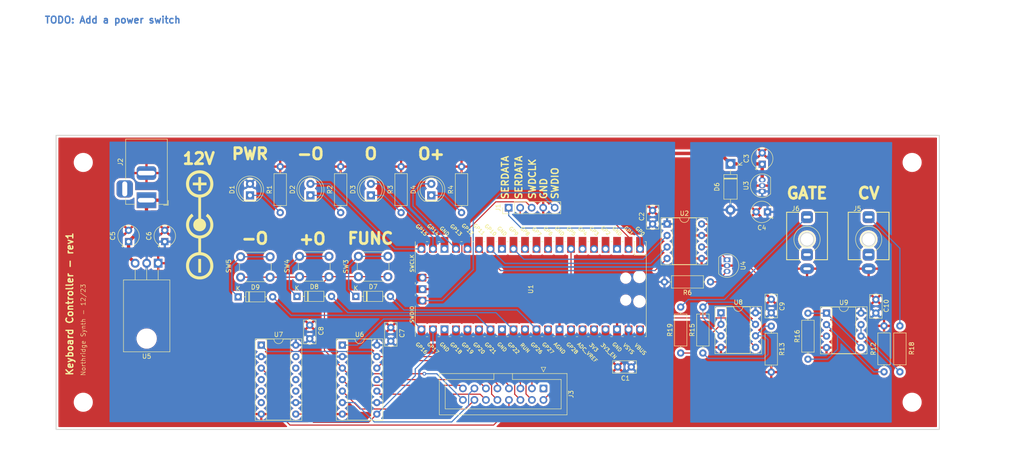
<source format=kicad_pcb>
(kicad_pcb (version 20211014) (generator pcbnew)
  (title_block (title "Keyboard Controller") (rev "1"))
  (layers (0 "F.Cu" signal) (31 "B.Cu" signal) (34 "B.Paste" user) (35 "F.Paste" user) (36 "B.SilkS" user "B.Silkscreen") (37 "F.SilkS" user "F.Silkscreen") (38 "B.Mask" user) (39 "F.Mask" user) (44 "Edge.Cuts" user))
  (net 0 "")
  (net 1 "+12V")
  (net 2 "GND")
  (net 3 "+9V")
  (net 4 "Net-(J5-PadT)")
  (net 7 "VREF")
  (net 8 "/MATRIX_R1")
  (net 9 "Net-(D3-Pad1)")
  (net 10 "/MATRIX_R2")
  (net 11 "Net-(D4-Pad1)")
  (net 12 "/MATRIX_R3")
  (net 13 "/MATRIX_R4")
  (net 14 "Net-(D1-Pad1)")
  (net 15 "/MATRIX_R5")
  (net 16 "Net-(D7-Pad1)")
  (net 17 "Net-(D8-Pad1)")
  (net 18 "Net-(D9-Pad1)")
  (net 19 "/SWDCLK")
  (net 20 "/SWDIO")
  (net 21 "/SERCLK")
  (net 22 "/SERDATA")
  (net 23 "/Key Matrix/MATRIX_C1")
  (net 24 "/Key Matrix/MATRIX_C2")
  (net 25 "/Key Matrix/MATRIX_C3")
  (net 26 "/Key Matrix/MATRIX_C4")
  (net 27 "/Key Matrix/MATRIX_C5")
  (net 28 "/Key Matrix/MATRIX_C6")
  (net 29 "/Key Matrix/MATRIX_C7")
  (net 30 "/Key Matrix/MATRIX_C8")
  (net 31 "/Key Matrix/MATRIX_C9")
  (net 32 "/MATRIX_R6")
  (net 33 "Net-(J6-PadT)")
  (net 35 "Net-(D2-Pad1)")
  (net 36 "/LED1")
  (net 37 "Net-(R12-Pad1)")
  (net 38 "/LED2")
  (net 39 "/LED3")
  (net 40 "Net-(R15-Pad2)")
  (net 41 "Net-(R16-Pad2)")
  (net 42 "/GATE_OUT")
  (net 43 "/SPI_CLK")
  (net 44 "/SPI_DATA")
  (net 45 "/DAC_CS")
  (net 46 "/MATRIX_CLK")
  (net 47 "/MATRIX_DATA")
  (net 48 "/CV_OUT")
  (net 49 "Net-(R13-Pad1)")
  (net 60 "Net-(R18-Pad1)")
  (net 61 "Net-(R19-Pad1)")
  (net 62 "+3.3V")
  (footprint "Royal_Ohm_Resistors:R_Axial_DIN0207_L6.8mm_D2.5mm_P10.16mm_Horizontal" (layer "F.Cu") (at 271 174.48 90)
    (fp_text reference "R16")
    (fp_text value "22K")
  )
  (footprint "Symbol:Polarity_Center_Positive_6mm_SilkScreen" (layer "F.Cu") (at 136.7 144.8 90)
    (fp_text reference "REF**" hide)
    (fp_text value "Polarity_Center_Positive_6mm_SilkScreen" hide)
  )
  (footprint "Package_TO_SOT_THT:TO-92_Inline" (layer "F.Cu") (at 260.9 137.4 90)
    (fp_text reference "U3")
    (fp_text value "L78L09_TO92")
  )
  (footprint "MountingHole:MountingHole_3.2mm_M3" (layer "F.Cu") (at 294 131 90)
    (fp_text reference "H3")
    (fp_text value "MountingHole")
  )
  (footprint "Button_Switch_THT:SW_PUSH_6mm" (layer "F.Cu") (at 158.75 151.75)
    (fp_text reference "SW4")
    (fp_text value "OCTAVE_UP")
  )
  (footprint "Diode_THT:D_DO-35_SOD27_P7.62mm_Horizontal" (layer "F.Cu") (at 158.19 160.6)
    (fp_text reference "D8")
    (fp_text value "1N4148")
  )
  (footprint "Package_DIP:DIP-8_W7.62mm_Socket" (layer "F.Cu") (at 275.1 164.3)
    (fp_text reference "U9")
    (fp_text value "LM358")
  )
  (footprint "LED_THT:LED_D5.0mm" (layer "F.Cu") (at 161.157144 138.275 90)
    (fp_text reference "D2")
    (fp_text value "OCTAVE_DOWN_LED")
  )
  (footprint "LED_THT:LED_D5.0mm" (layer "F.Cu") (at 174.5 138.275 90)
    (fp_text reference "D3")
    (fp_text value "MIDDLE_OCTAVE_LED")
  )
  (footprint "Capacitor_THT:CP_Radial_Tantal_D4.5mm_P2.50mm" (layer "F.Cu") (at 262.068856 141.93 180)
    (fp_text reference "C4")
    (fp_text value "0.1uF")
  )
  (footprint "AEC_Capacitors:C_Disc_D5.0mm_W2.5mm_P3.0mm" (layer "F.Cu") (at 236.7 141.6268 -90)
    (fp_text reference "C2")
    (fp_text value "0.1uF")
  )
  (footprint "Capacitor_THT:CP_Radial_Tantal_D4.5mm_P2.50mm" (layer "F.Cu") (at 121 148.5 90)
    (fp_text reference "C5")
    (fp_text value "10uF")
  )
  (footprint "Royal_Ohm_Resistors:R_Axial_DIN0207_L6.8mm_D2.5mm_P10.16mm_Horizontal" (layer "F.Cu") (at 181.171428 142.08 90)
    (fp_text reference "R3")
    (fp_text value "470")
  )
  (footprint "AEC_Capacitors:C_Disc_D5.0mm_W2.5mm_P3.0mm" (layer "F.Cu") (at 262.9 164.2132 90)
    (fp_text reference "C9")
    (fp_text value "0.1uF")
  )
  (footprint "MountingHole:MountingHole_3.2mm_M3" (layer "F.Cu") (at 111 184 90)
    (fp_text reference "H2")
    (fp_text value "MountingHole")
  )
  (footprint "WEALTH_METAL_Barrel_Jacks:BarrelJack_Horizontal_2.1mm_WEALTH_METAL" (layer "F.Cu") (at 124.9575 139.35 -90)
    (fp_text reference "J2")
    (fp_text value "Barrel_Jack_Switch")
  )
  (footprint "Royal_Ohm_Resistors:R_Axial_DIN0207_L6.8mm_D2.5mm_P10.16mm_Horizontal" (layer "F.Cu") (at 249.48 157.4 180)
    (fp_text reference "R6")
    (fp_text value "100")
  )
  (footprint "Package_TO_SOT_THT:TO-220-3_Horizontal_TabDown" (layer "F.Cu") (at 127.54 153.27 180)
    (fp_text reference "U5")
    (fp_text value "LM1117-3.3")
  )
  (footprint "LED_THT:LED_D5.0mm" (layer "F.Cu") (at 147.814288 138.275 90)
    (fp_text reference "D1")
    (fp_text value "GREEN PWR LED")
  )
  (footprint "Royal_Ohm_Resistors:R_Axial_DIN0207_L6.8mm_D2.5mm_P10.16mm_Horizontal" (layer "F.Cu") (at 154.485716 142.08 90)
    (fp_text reference "R1")
    (fp_text value "470")
  )
  (footprint "LED_THT:LED_D5.0mm" (layer "F.Cu") (at 187.842856 138.275 90)
    (fp_text reference "D4")
    (fp_text value "OCTAVE_UP_LED")
  )
  (footprint "AudioJacks:Jack_3.5mm_QingPu_WQP-PJ398SM_Vertical" (layer "F.Cu") (at 270.8 148)
    (fp_text reference "J6")
    (fp_text value "GATE_OUT")
  )
  (footprint "Connector_IDC:IDC-Header_2x08_P2.54mm_Vertical" (layer "F.Cu") (at 212.6 180.95 -90)
    (fp_text reference "J3")
    (fp_text value "Keybed Connector")
  )
  (footprint "Package_TO_SOT_THT:TO-92_Inline" (layer "F.Cu") (at 253.14 152.53 -90)
    (fp_text reference "U4")
    (fp_text value "TL431")
  )
  (footprint "Package_DIP:DIP-14_W7.62mm_Socket" (layer "F.Cu") (at 150.3 171.375)
    (fp_text reference "U7")
    (fp_text value "74HC164")
  )
  (footprint "Capacitor_THT:CP_Radial_Tantal_D4.5mm_P2.50mm" (layer "F.Cu") (at 260.9 131.4 90)
    (fp_text reference "C3")
    (fp_text value "0.33uF")
  )
  (footprint "MountingHole:MountingHole_3.2mm_M3" (layer "F.Cu") (at 111 131 90)
    (fp_text reference "H1" hide)
    (fp_text value "MountingHole")
  )
  (footprint "MountingHole:MountingHole_3.2mm_M3" (layer "F.Cu") (at 294 184 90)
    (fp_text reference "H4")
    (fp_text value "MountingHole")
  )
  (footprint "Package_DIP:DIP-8_W7.62mm_Socket" (layer "F.Cu") (at 251.8 164.24)
    (fp_text reference "U8")
    (fp_text value "LM358")
  )
  (footprint "Button_Switch_THT:SW_PUSH_6mm" (layer "F.Cu") (at 171.75 151.75)
    (fp_text reference "SW3")
    (fp_text value "FUNC")
  )
  (footprint "Royal_Ohm_Resistors:R_Axial_DIN0207_L6.8mm_D2.5mm_P10.16mm_Horizontal" (layer "F.Cu") (at 262.9 167.18 -90)
    (fp_text reference "R13")
    (fp_text value "20K")
  )
  (footprint "AEC_Capacitors:C_Disc_D5.0mm_W2.5mm_P3.0mm" (layer "F.Cu") (at 286 164.2732 90)
    (fp_text reference "C10")
    (fp_text value "0.1uF")
  )
  (footprint "AEC_Capacitors:C_Disc_D5.0mm_W2.5mm_P3.0mm" (layer "F.Cu") (at 178.9 167.512012 -90)
    (fp_text reference "C7")
    (fp_text value "0.1uF")
  )
  (footprint "Royal_Ohm_Resistors:R_Axial_DIN0207_L6.8mm_D2.5mm_P10.16mm_Horizontal" (layer "F.Cu") (at 194.514288 142.08 90)
    (fp_text reference "R4")
    (fp_text value "470")
  )
  (footprint "Capacitor_THT:CP_Radial_Tantal_D4.5mm_P2.50mm" (layer "F.Cu") (at 129 148.5 90)
    (fp_text reference "C6")
    (fp_text value "10uF")
  )
  (footprint "Royal_Ohm_Resistors:R_Axial_DIN0207_L6.8mm_D2.5mm_P10.16mm_Horizontal" (layer "F.Cu") (at 242.9 173.12 90)
    (fp_text reference "R19")
    (fp_text value "1K")
  )
  (footprint "Diode_THT:D_DO-35_SOD27_P7.62mm_Horizontal" (layer "F.Cu") (at 171.19 160.6)
    (fp_text reference "D7")
    (fp_text value "1N4148")
  )
  (footprint "Connector_PinHeader_2.54mm:PinHeader_1x05_P2.54mm_Vertical" (layer "F.Cu") (at 204.925 141 90)
    (fp_text reference "J1")
    (fp_text value "Debug_Pins")
  )
  (footprint "AudioJacks:Jack_3.5mm_QingPu_WQP-PJ398SM_Vertical" (layer "F.Cu") (at 284.4 148)
    (fp_text reference "J5")
    (fp_text value "CV_OUT")
  )
  (footprint "Royal_Ohm_Resistors:R_Axial_DIN0207_L6.8mm_D2.5mm_P10.16mm_Horizontal" (layer "F.Cu") (at 247.8 173.12 90)
    (fp_text reference "R15")
    (fp_text value "10K")
  )
  (footprint "Royal_Ohm_Resistors:R_Axial_DIN0207_L6.8mm_D2.5mm_P10.16mm_Horizontal" (layer "F.Cu") (at 291.3 177.28 90)
    (fp_text reference "R18")
    (fp_text value "1K")
  )
  (footprint "AEC_Capacitors:C_Disc_D5.0mm_W2.5mm_P3.0mm" (layer "F.Cu") (at 161 166.987012 -90)
    (fp_text reference "C8")
    (fp_text value "0.1uF")
  )
  (footprint "Button_Switch_THT:SW_PUSH_6mm" (layer "F.Cu") (at 145.75 151.849999)
    (fp_text reference "SW5")
    (fp_text value "OCTAVE_DOWN")
  )
  (footprint "Royal_Ohm_Resistors:R_Axial_DIN0207_L6.8mm_D2.5mm_P10.16mm_Horizontal" (layer "F.Cu") (at 167.828572 142.08 90)
    (fp_text reference "R2")
    (fp_text value "470")
  )
  (footprint "Diode_THT:D_DO-35_SOD27_P7.62mm_Horizontal" (layer "F.Cu") (at 145.19 160.699999)
    (fp_text reference "D9")
    (fp_text value "1N4148")
  )
  (footprint "Royal_Ohm_Resistors:R_Axial_DIN0207_L6.8mm_D2.5mm_P10.16mm_Horizontal" (layer "F.Cu") (at 287.8 177.28 90)
    (fp_text reference "R12")
    (fp_text value "10K")
  )
  (footprint "Package_DIP:DIP-14_W7.62mm_Socket" (layer "F.Cu") (at 168.2 171.375)
    (fp_text reference "U6")
    (fp_text value "74HC164")
  )
  (footprint "Package_DIP:DIP-8_W7.62mm_Socket" (layer "F.Cu") (at 239.9 144.6)
    (fp_text reference "U2")
    (fp_text value "MCP4921")
  )
  (footprint "Diode_THT:D_DO-41_SOD81_P10.16mm_Horizontal" (layer "F.Cu") (at 253.9 131.32 -90)
    (fp_text reference "D6")
    (fp_text value "1N4001")
  )
  (footprint "MCU_RaspberryPi_and_Boards:RPi_Pico_SMD_TH" (layer "F.Cu") (at 209.8 159 -90)
    (fp_text reference "U1")
    (fp_text value "Pico")
  )
  (footprint "AEC_Capacitors:C_Disc_D5.0mm_W2.5mm_P3.0mm" (layer "F.Cu") (at 229.0268 176.2)
    (fp_text reference "C1")
    (fp_text value "0.1uF")
  )
  (gr_rect (start 105 125) (end 300 190) (layer "Edge.Cuts") (width 0.2) (fill none))
  (gr_circle (center 284.4 148) (end 285.9 148) (layer "Edge.Cuts") (width 0.2) (fill none))
  (gr_circle (center 270.8 148) (end 272.3 148) (layer "Edge.Cuts") (width 0.2) (fill none))
  (gr_text "TODO: Add a power switch" (at 117.5 99.5) (layer "B.Cu") (effects (font (size 1.5 1.5) (thickness 0.3))))
  (gr_text "-O" (at 161.157144 129.1) (layer "F.SilkS") (effects (font (size 2.5 2.5) (thickness 0.6))))
  (gr_text "CV" (at 284.4 137.8) (layer "F.SilkS") (effects (font (size 2.5 2.5) (thickness 0.6))))
  (gr_text "SERDATA" (at 204.145 134.314285 90) (layer "F.SilkS") (effects (font (size 1.5 1.5) (thickness 0.3))))
  (gr_text "PWR" (at 147.814288 129.1) (layer "F.SilkS") (effects (font (size 2.5 2.5) (thickness 0.6))))
  (gr_text "O" (at 174.5 129.1) (layer "F.SilkS") (effects (font (size 2.5 2.5) (thickness 0.6))))
  (gr_text "-O" (at 148.9 147.799999) (layer "F.SilkS") (effects (font (size 2.5 2.5) (thickness 0.6))))
  (gr_text "Northridge Synth - 12/23" (at 111 168 90) (layer "F.SilkS") (effects (font (size 1 1) (thickness 0.1))))
  (gr_text "12V" (at 136.5 130.15) (layer "F.SilkS") (effects (font (size 2.5 2.5) (thickness 0.6))))
  (gr_text "FUNC" (at 174.4 147.8) (layer "F.SilkS") (effects (font (size 2.5 2.5) (thickness 0.6))))
  (gr_text "Keyboard Controller - rev1" (at 108 162.292857 90) (layer "F.SilkS") (effects (font (size 1.5 1.5) (thickness 0.3))))
  (gr_text "SERDATA" (at 207.145 134.314285 90) (layer "F.SilkS") (effects (font (size 1.5 1.5) (thickness 0.3))))
  (gr_text "SWDCLK" (at 210.145 134.635714 90) (layer "F.SilkS") (effects (font (size 1.5 1.5) (thickness 0.3))))
  (gr_text "GND" (at 212.645 136.778571 90) (layer "F.SilkS") (effects (font (size 1.5 1.5) (thickness 0.3))))
  (gr_text "O+" (at 187.842856 129.1) (layer "F.SilkS") (effects (font (size 2.5 2.5) (thickness 0.6))))
  (gr_text "GATE" (at 270.8 137.8) (layer "F.SilkS") (effects (font (size 2.5 2.5) (thickness 0.6))))
  (gr_text "+O" (at 161.599999 147.900001) (layer "F.SilkS") (effects (font (size 2.5 2.5) (thickness 0.6))))
  (gr_text "SWDIO" (at 215.145 135.6 90) (layer "F.SilkS") (effects (font (size 1.5 1.5) (thickness 0.3))))
  (segment (start 121 151.81) (end 122.46 153.27) (width 0.75) (layer "F.Cu") (net 1))
  (segment (start 140.5 129) (end 130.15 139.35) (width 0.75) (layer "F.Cu") (net 1))
  (segment (start 124.9575 139.35) (end 124.9575 144.5425) (width 0.75) (layer "F.Cu") (net 1))
  (segment (start 253.9 131.32) (end 260.82 131.32) (width 0.75) (layer "F.Cu") (net 1))
  (segment (start 124.9575 144.5425) (end 121 148.5) (width 0.75) (layer "F.Cu") (net 1))
  (segment (start 253.9 131.32) (end 251.58 129) (width 0.75) (layer "F.Cu") (net 1))
  (segment (start 260.9 131.4) (end 260.9 134.86) (width 0.75) (layer "F.Cu") (net 1))
  (segment (start 251.58 129) (end 140.5 129) (width 0.75) (layer "F.Cu") (net 1))
  (segment (start 130.15 139.35) (end 124.9575 139.35) (width 0.75) (layer "F.Cu") (net 1))
  (segment (start 121 148.5) (end 121 151.81) (width 0.75) (layer "F.Cu") (net 1))
  (segment (start 284.4 143.08) (end 291.3 149.98) (width 0.25) (layer "B.Cu") (net 4))
  (segment (start 291.3 149.98) (end 291.3 167.12) (width 0.25) (layer "B.Cu") (net 4))
  (segment (start 247.52 149.68) (end 250.29 149.68) (width 0.25) (layer "F.Cu") (net 7))
  (segment (start 250.81 157.4) (end 253.14 155.07) (width 0.25) (layer "F.Cu") (net 7))
  (segment (start 250.29 149.68) (end 253.14 152.53) (width 0.25) (layer "F.Cu") (net 7))
  (segment (start 249.48 157.4) (end 250.81 157.4) (width 0.25) (layer "F.Cu") (net 7))
  (segment (start 214.8 181.29) (end 214.8 173.23) (width 0.25) (layer "F.Cu") (net 8))
  (segment (start 211.07 169.5) (end 211.07 167.89) (width 0.25) (layer "F.Cu") (net 8))
  (segment (start 212.6 183.49) (end 214.8 181.29) (width 0.25) (layer "F.Cu") (net 8))
  (segment (start 214.8 173.23) (end 211.07 169.5) (width 0.25) (layer "F.Cu") (net 8))
  (segment (start 211.07 167.89) (end 206.78 163.6) (width 0.25) (layer "B.Cu") (net 8))
  (segment (start 206.78 163.6) (end 181.81 163.6) (width 0.25) (layer "B.Cu") (net 8))
  (segment (start 181.81 163.6) (end 178.81 160.6) (width 0.25) (layer "B.Cu") (net 8))
  (segment (start 177.366428 138.275) (end 181.171428 142.08) (width 0.25) (layer "B.Cu") (net 9))
  (segment (start 174.5 138.275) (end 177.366428 138.275) (width 0.25) (layer "B.Cu") (net 9))
  (segment (start 210.06 180.95) (end 210.06 174.21) (width 0.25) (layer "F.Cu") (net 10))
  (segment (start 210.06 174.21) (end 205.99 170.14) (width 0.25) (layer "F.Cu") (net 10))
  (segment (start 205.99 170.14) (end 205.99 167.89) (width 0.25) (layer "F.Cu") (net 10))
  (segment (start 205.8 167.89) (end 202.11 164.2) (width 0.25) (layer "B.Cu") (net 10))
  (segment (start 202.11 164.2) (end 169.41 164.2) (width 0.25) (layer "B.Cu") (net 10))
  (segment (start 169.41 164.2) (end 165.81 160.6) (width 0.25) (layer "B.Cu") (net 10))
  (segment (start 190.709288 138.275) (end 194.514288 142.08) (width 0.25) (layer "B.Cu") (net 11))
  (segment (start 187.842856 138.275) (end 190.709288 138.275) (width 0.25) (layer "B.Cu") (net 11))
  (segment (start 208.75 182.18) (end 208.75 177.34) (width 0.25) (layer "F.Cu") (net 12))
  (segment (start 210.06 183.49) (end 208.75 182.18) (width 0.25) (layer "F.Cu") (net 12))
  (segment (start 208.75 177.34) (end 200.91 169.5) (width 0.25) (layer "F.Cu") (net 12))
  (segment (start 200.91 169.5) (end 200.91 167.89) (width 0.25) (layer "F.Cu") (net 12))
  (segment (start 197.82 164.8) (end 156.910001 164.8) (width 0.25) (layer "B.Cu") (net 12))
  (segment (start 156.910001 164.8) (end 152.81 160.699999) (width 0.25) (layer "B.Cu") (net 12))
  (segment (start 200.91 167.89) (end 197.82 164.8) (width 0.25) (layer "B.Cu") (net 12))
  (segment (start 207.52 180.95) (end 207.52 179.72) (width 0.25) (layer "F.Cu") (net 13))
  (segment (start 207.52 179.72) (end 198.37 170.57) (width 0.25) (layer "F.Cu") (net 13))
  (segment (start 198.37 170.57) (end 198.37 167.89) (width 0.25) (layer "F.Cu") (net 13))
  (segment (start 150.680716 138.275) (end 154.485716 142.08) (width 0.25) (layer "B.Cu") (net 14))
  (segment (start 147.814288 138.275) (end 150.680716 138.275) (width 0.25) (layer "B.Cu") (net 14))
  (segment (start 195.83 169.5) (end 195.83 167.89) (width 0.25) (layer "F.Cu") (net 15))
  (segment (start 206.25 179.92) (end 195.83 169.5) (width 0.25) (layer "F.Cu") (net 15))
  (segment (start 207.52 183.49) (end 206.25 182.22) (width 0.25) (layer "F.Cu") (net 15))
  (segment (start 206.25 182.22) (end 206.25 179.92) (width 0.25) (layer "F.Cu") (net 15))
  (segment (start 169.6 153.9) (end 169.6 159.01) (width 0.25) (layer "B.Cu") (net 16))
  (segment (start 178.25 151.75) (end 171.75 151.75) (width 0.25) (layer "B.Cu") (net 16))
  (segment (start 169.6 159.01) (end 171.19 160.6) (width 0.25) (layer "B.Cu") (net 16))
  (segment (start 171.75 151.75) (end 169.6 153.9) (width 0.25) (layer "B.Cu") (net 16))
  (segment (start 165.25 151.75) (end 158.75 151.75) (width 0.25) (layer "B.Cu") (net 17))
  (segment (start 158.75 151.75) (end 156.5 154) (width 0.25) (layer "B.Cu") (net 17))
  (segment (start 156.5 154) (end 156.5 158.91) (width 0.25) (layer "B.Cu") (net 17))
  (segment (start 156.5 158.91) (end 158.19 160.6) (width 0.25) (layer "B.Cu") (net 17))
  (segment (start 143.8 159.309999) (end 145.19 160.699999) (width 0.25) (layer "B.Cu") (net 18))
  (segment (start 152.25 151.849999) (end 145.75 151.849999) (width 0.25) (layer "B.Cu") (net 18))
  (segment (start 143.8 153.799999) (end 143.8 159.309999) (width 0.25) (layer "B.Cu") (net 18))
  (segment (start 145.75 151.849999) (end 143.8 153.799999) (width 0.25) (layer "B.Cu") (net 18))
  (segment (start 194.6 147.19) (end 202.09 139.7) (width 0.25) (layer "F.Cu") (net 19))
  (segment (start 202.09 139.7) (end 208.705 139.7) (width 0.25) (layer "F.Cu") (net 19))
  (segment (start 185.9 156.46) (end 189.14 156.46) (width 0.25) (layer "F.Cu") (net 19))
  (segment (start 194.6 151) (end 194.6 147.19) (width 0.25) (layer "F.Cu") (net 19))
  (segment (start 208.705 139.7) (end 210.005 141) (width 0.25) (layer "F.Cu") (net 19))
  (segment (start 189.14 156.46) (end 194.6 151) (width 0.25) (layer "F.Cu") (net 19))
  (segment (start 197.1 143.9) (end 197.1 154.7) (width 0.25) (layer "B.Cu") (net 20))
  (segment (start 197.1 154.7) (end 190.26 161.54) (width 0.25) (layer "B.Cu") (net 20))
  (segment (start 215.085 141) (end 211.785 137.7) (width 0.25) (layer "B.Cu") (net 20))
  (segment (start 203.3 137.7) (end 197.1 143.9) (width 0.25) (layer "B.Cu") (net 20))
  (segment (start 190.26 161.54) (end 185.9 161.54) (width 0.25) (layer "B.Cu") (net 20))
  (segment (start 211.785 137.7) (end 203.3 137.7) (width 0.25) (layer "B.Cu") (net 20))
  (segment (start 231.39 147.49) (end 231.39 150.11) (width 0.25) (layer "F.Cu") (net 21))
  (segment (start 209.3 144.3) (end 228.2 144.3) (width 0.25) (layer "F.Cu") (net 21))
  (segment (start 228.2 144.3) (end 231.39 147.49) (width 0.25) (layer "F.Cu") (net 21))
  (segment (start 207.465 141) (end 207.465 142.465) (width 0.25) (layer "F.Cu") (net 21))
  (segment (start 207.465 142.465) (end 209.3 144.3) (width 0.25) (layer "F.Cu") (net 21))
  (segment (start 204.925 141) (end 204.925 142.725) (width 0.25) (layer "B.Cu") (net 22))
  (segment (start 231.7 145.5) (end 233.93 147.73) (width 0.25) (layer "B.Cu") (net 22))
  (segment (start 207.7 145.5) (end 231.7 145.5) (width 0.25) (layer "B.Cu") (net 22))
  (segment (start 233.93 147.73) (end 233.93 150.11) (width 0.25) (layer "B.Cu") (net 22))
  (segment (start 204.925 142.725) (end 207.7 145.5) (width 0.25) (layer "B.Cu") (net 22))
  (segment (start 165.25 156.25) (end 171.75 156.25) (width 0.25) (layer "F.Cu") (net 23))
  (segment (start 152.25 156.349999) (end 145.75 156.349999) (width 0.25) (layer "F.Cu") (net 23))
  (segment (start 186.3 177.7) (end 169.445 177.7) (width 0.25) (layer "F.Cu") (net 23))
  (segment (start 164.25 157.25) (end 164.25 172.505) (width 0.25) (layer "F.Cu") (net 23))
  (segment (start 165.25 156.25) (end 164.25 157.25) (width 0.25) (layer "F.Cu") (net 23))
  (segment (start 171.75 156.25) (end 178.25 156.25) (width 0.25) (layer "F.Cu") (net 23))
  (segment (start 169.445 177.7) (end 168.2 176.455) (width 0.25) (layer "F.Cu") (net 23))
  (segment (start 158.75 156.25) (end 165.25 156.25) (width 0.25) (layer "F.Cu") (net 23))
  (segment (start 152.25 156.349999) (end 158.650001 156.349999) (width 0.25) (layer "F.Cu") (net 23))
  (segment (start 164.25 172.505) (end 168.2 176.455) (width 0.25) (layer "F.Cu") (net 23))
  (via (at 186.3 177.7) (size 0.8) (drill 0.4) (layers "F.Cu" "B.Cu") (net 23))
  (segment (start 189.215 177.885) (end 189.08 177.75) (width 0.25) (layer "B.Cu") (net 23))
  (segment (start 189.215 177.885) (end 189.03 177.7) (width 0.25) (layer "B.Cu") (net 23))
  (segment (start 189.03 177.7) (end 186.3 177.7) (width 0.25) (layer "B.Cu") (net 23))
  (segment (start 194.82 183.49) (end 189.215 177.885) (width 0.25) (layer "B.Cu") (net 23))
  (segment (start 169.455 180.25) (end 168.2 178.995) (width 0.25) (layer "F.Cu") (net 24))
  (segment (start 194.82 180.95) (end 194.12 180.25) (width 0.25) (layer "F.Cu") (net 24))
  (segment (start 194.12 180.25) (end 169.455 180.25) (width 0.25) (layer "F.Cu") (net 24))
  (segment (start 172.155 185.49) (end 168.2 181.535) (width 0.25) (layer "F.Cu") (net 25))
  (segment (start 197.36 183.49) (end 195.36 185.49) (width 0.25) (layer "F.Cu") (net 25))
  (segment (start 195.36 185.49) (end 172.155 185.49) (width 0.25) (layer "F.Cu") (net 25))
  (segment (start 196.085722 182.224278) (end 196.085722 184.614278) (width 0.25) (layer "B.Cu") (net 26))
  (segment (start 197.36 180.95) (end 196.085722 182.224278) (width 0.25) (layer "B.Cu") (net 26))
  (segment (start 192.35 188.35) (end 175.25 188.35) (width 0.25) (layer "B.Cu") (net 26))
  (segment (start 196.085722 184.614278) (end 192.35 188.35) (width 0.25) (layer "B.Cu") (net 26))
  (segment (start 170.975 184.075) (end 168.2 184.075) (width 0.25) (layer "B.Cu") (net 26))
  (segment (start 175.25 188.35) (end 170.975 184.075) (width 0.25) (layer "B.Cu") (net 26))
  (segment (start 198.625722 182.215722) (end 176.500722 182.215722) (width 0.25) (layer "F.Cu") (net 27))
  (segment (start 199.9 183.49) (end 198.625722 182.215722) (width 0.25) (layer "F.Cu") (net 27))
  (segment (start 176.500722 182.215722) (end 175.82 181.535) (width 0.25) (layer "F.Cu") (net 27))
  (segment (start 199.9 180.95) (end 197.945 178.995) (width 0.25) (layer "F.Cu") (net 28))
  (segment (start 197.945 178.995) (end 175.82 178.995) (width 0.25) (layer "F.Cu") (net 28))
  (segment (start 195.65 174.8) (end 177.475 174.8) (width 0.25) (layer "F.Cu") (net 29))
  (segment (start 201.15 182.2) (end 201.15 180.3) (width 0.25) (layer "F.Cu") (net 29))
  (segment (start 201.15 180.3) (end 195.65 174.8) (width 0.25) (layer "F.Cu") (net 29))
  (segment (start 177.475 174.8) (end 175.82 176.455) (width 0.25) (layer "F.Cu") (net 29))
  (segment (start 202.44 183.49) (end 201.15 182.2) (width 0.25) (layer "F.Cu") (net 29))
  (segment (start 202.44 179.99) (end 196.365 173.915) (width 0.25) (layer "F.Cu") (net 30))
  (segment (start 196.365 173.915) (end 175.82 173.915) (width 0.25) (layer "F.Cu") (net 30))
  (segment (start 202.44 180.95) (end 202.44 179.99) (width 0.25) (layer "F.Cu") (net 30))
  (segment (start 175.82 173.915) (end 174.695 172.79) (width 0.25) (layer "B.Cu") (net 30))
  (segment (start 174.695 172.79) (end 151.715 172.79) (width 0.25) (layer "B.Cu") (net 30))
  (segment (start 151.715 172.79) (end 150.3 171.375) (width 0.25) (layer "B.Cu") (net 30))
  (segment (start 156.65 189.05) (end 153.7 186.1) (width 0.25) (layer "F.Cu") (net 31))
  (segment (start 153.7 179.855) (end 150.3 176.455) (width 0.25) (layer "F.Cu") (net 31))
  (segment (start 204.98 185.67) (end 201.6 189.05) (width 0.25) (layer "F.Cu") (net 31))
  (segment (start 204.98 183.49) (end 204.98 185.67) (width 0.25) (layer "F.Cu") (net 31))
  (segment (start 153.7 186.1) (end 153.7 179.855) (width 0.25) (layer "F.Cu") (net 31))
  (segment (start 201.6 189.05) (end 156.65 189.05) (width 0.25) (layer "F.Cu") (net 31))
  (segment (start 204.98 180.95) (end 204.98 180.28) (width 0.25) (layer "F.Cu") (net 32))
  (segment (start 193.29 169.5) (end 193.29 167.89) (width 0.25) (layer "F.Cu") (net 32))
  (segment (start 194.655 170.865) (end 193.29 169.5) (width 0.25) (layer "F.Cu") (net 32))
  (segment (start 195.565 170.865) (end 194.655 170.865) (width 0.25) (layer "F.Cu") (net 32))
  (segment (start 204.98 180.28) (end 195.565 170.865) (width 0.25) (layer "F.Cu") (net 32))
  (segment (start 252.58 161.3) (end 270.8 143.08) (width 0.25) (layer "B.Cu") (net 33))
  (segment (start 244.56 161.3) (end 252.58 161.3) (width 0.25) (layer "B.Cu") (net 33))
  (segment (start 242.9 162.96) (end 244.56 161.3) (width 0.25) (layer "B.Cu") (net 33))
  (segment (start 164.023572 138.275) (end 167.828572 142.08) (width 0.25) (layer "B.Cu") (net 35))
  (segment (start 161.157144 138.275) (end 164.023572 138.275) (width 0.25) (layer "B.Cu") (net 35))
  (segment (start 165.435 135.735) (end 179.81 150.11) (width 0.25) (layer "B.Cu") (net 36))
  (segment (start 179.81 150.11) (end 185.67 150.11) (width 0.25) (layer "B.Cu") (net 36))
  (segment (start 161.157144 135.735) (end 165.435 135.735) (width 0.25) (layer "B.Cu") (net 36))
  (segment (start 277.53 172.27) (end 277.53 169.27) (width 0.25) (layer "B.Cu") (net 37))
  (segment (start 275.32 174.48) (end 277.53 172.27) (width 0.25) (layer "B.Cu") (net 37))
  (segment (start 277.53 169.27) (end 275.1 166.84) (width 0.25) (layer "B.Cu") (net 37))
  (segment (start 285.54 177.28) (end 277.53 169.27) (width 0.25) (layer "B.Cu") (net 37))
  (segment (start 287.8 177.28) (end 285.54 177.28) (width 0.25) (layer "B.Cu") (net 37))
  (segment (start 271 174.48) (end 275.32 174.48) (width 0.25) (layer "B.Cu") (net 37))
  (segment (start 188.21 147.527581) (end 188.21 150.11) (width 0.25) (layer "B.Cu") (net 38))
  (segment (start 174.5 135.735) (end 176.417419 135.735) (width 0.25) (layer "B.Cu") (net 38))
  (segment (start 176.417419 135.735) (end 188.21 147.527581) (width 0.25) (layer "B.Cu") (net 38))
  (segment (start 183.8 137.5) (end 183.8 140.62) (width 0.25) (layer "B.Cu") (net 39))
  (segment (start 185.565 135.735) (end 183.8 137.5) (width 0.25) (layer "B.Cu") (net 39))
  (segment (start 183.8 140.62) (end 193.29 150.11) (width 0.25) (layer "B.Cu") (net 39))
  (segment (start 187.842856 135.735) (end 185.565 135.735) (width 0.25) (layer "B.Cu") (net 39))
  (segment (start 247.8 165.32) (end 247.8 162.96) (width 0.25) (layer "B.Cu") (net 40))
  (segment (start 251.8 169.32) (end 247.8 165.32) (width 0.25) (layer "B.Cu") (net 40))
  (segment (start 254.54 161.9) (end 259.42 166.78) (width 0.25) (layer "B.Cu") (net 40))
  (segment (start 247.8 162.96) (end 248.86 161.9) (width 0.25) (layer "B.Cu") (net 40))
  (segment (start 248.86 161.9) (end 254.54 161.9) (width 0.25) (layer "B.Cu") (net 40))
  (segment (start 275.1 164.3) (end 282.72 171.92) (width 0.25) (layer "B.Cu") (net 41))
  (segment (start 271 164.32) (end 275.08 164.32) (width 0.25) (layer "B.Cu") (net 41))
  (segment (start 227.115 165.365) (end 218.69 156.94) (width 0.25) (layer "F.Cu") (net 42))
  (segment (start 259.42 171.86) (end 252.925 165.365) (width 0.25) (layer "F.Cu") (net 42))
  (segment (start 252.925 165.365) (end 227.115 165.365) (width 0.25) (layer "F.Cu") (net 42))
  (segment (start 218.69 156.94) (end 218.69 150.11) (width 0.25) (layer "F.Cu") (net 42))
  (segment (start 204.1 153.3) (end 200.91 150.11) (width 0.25) (layer "B.Cu") (net 43))
  (segment (start 236.28 153.3) (end 239.9 149.68) (width 0.25) (layer "B.Cu") (net 43))
  (segment (start 204.1 153.3) (end 236.28 153.3) (width 0.25) (layer "B.Cu") (net 43))
  (segment (start 239.9 152.22) (end 237.22 154.9) (width 0.25) (layer "F.Cu") (net 44))
  (segment (start 203.16 154.9) (end 198.37 150.11) (width 0.25) (layer "F.Cu") (net 44))
  (segment (start 237.22 154.9) (end 203.16 154.9) (width 0.25) (layer "B.Cu") (net 44))
  (segment (start 205.99 150.11) (end 208.28 152.4) (width 0.25) (layer "B.Cu") (net 45))
  (segment (start 234.64 152.4) (end 239.9 147.14) (width 0.25) (layer "B.Cu") (net 45))
  (segment (start 208.28 152.4) (end 234.64 152.4) (width 0.25) (layer "B.Cu") (net 45))
  (segment (start 173.985 188.45) (end 175.82 186.615) (width 0.25) (layer "F.Cu") (net 46))
  (segment (start 160.015 186.615) (end 161.85 188.45) (width 0.25) (layer "F.Cu") (net 46))
  (segment (start 161.85 188.45) (end 173.985 188.45) (width 0.25) (layer "F.Cu") (net 46))
  (segment (start 157.92 186.615) (end 160.015 186.615) (width 0.25) (layer "F.Cu") (net 46))
  (segment (start 188.21 172.74) (end 184.3 176.65) (width 0.25) (layer "B.Cu") (net 46))
  (segment (start 184.3 178.135) (end 175.82 186.615) (width 0.25) (layer "B.Cu") (net 46))
  (segment (start 184.3 176.65) (end 184.3 178.135) (width 0.25) (layer "B.Cu") (net 46))
  (segment (start 188.21 167.89) (end 188.21 172.74) (width 0.25) (layer "B.Cu") (net 46))
  (segment (start 177.3 165.6) (end 171.525 171.375) (width 0.25) (layer "B.Cu") (net 47))
  (segment (start 185.67 167.89) (end 183.38 165.6) (width 0.25) (layer "B.Cu") (net 47))
  (segment (start 183.38 165.6) (end 177.3 165.6) (width 0.25) (layer "B.Cu") (net 47))
  (segment (start 171.525 171.375) (end 168.2 171.375) (width 0.25) (layer "B.Cu") (net 47))
  (segment (start 248.65137 144.6) (end 273.43137 169.38) (width 0.25) (layer "F.Cu") (net 48))
  (segment (start 247.52 144.6) (end 248.65137 144.6) (width 0.25) (layer "F.Cu") (net 48))
  (segment (start 273.43137 169.38) (end 275.1 169.38) (width 0.25) (layer "F.Cu") (net 48))
  (segment (start 262.9 167.18) (end 261.56 167.18) (width 0.25) (layer "B.Cu") (net 49))
  (segment (start 261.32 169.32) (end 259.42 169.32) (width 0.25) (layer "B.Cu") (net 49))
  (segment (start 261.56 167.18) (end 259.42 169.32) (width 0.25) (layer "B.Cu") (net 49))
  (segment (start 248.98 174.3) (end 261.3 174.3) (width 0.25) (layer "B.Cu") (net 49))
  (segment (start 262.2 173.4) (end 262.2 170.2) (width 0.25) (layer "B.Cu") (net 49))
  (segment (start 247.8 173.12) (end 248.98 174.3) (width 0.25) (layer "B.Cu") (net 49))
  (segment (start 262.2 170.2) (end 261.32 169.32) (width 0.25) (layer "B.Cu") (net 49))
  (segment (start 261.3 174.3) (end 262.2 173.4) (width 0.25) (layer "B.Cu") (net 49))
  (segment (start 291.3 177.28) (end 283.4 169.38) (width 0.25) (layer "B.Cu") (net 60))
  (segment (start 282.72 169.38) (end 282.72 166.84) (width 0.25) (layer "B.Cu") (net 60))
  (segment (start 283.4 169.38) (end 282.72 169.38) (width 0.25) (layer "B.Cu") (net 60))
  (segment (start 242.9 173.12) (end 245.46 173.12) (width 0.25) (layer "F.Cu") (net 61))
  (segment (start 245.46 173.12) (end 251.8 166.78) (width 0.25) (layer "F.Cu") (net 61))
  (segment (start 251.8 164.24) (end 251.8 166.78) (width 0.25) (layer "B.Cu") (net 61))
  (zone (net 2) (net_name "GND") (layer "F.Cu") (connect_pads (clearance 0.508)) (min_thickness 0.254) (fill yes (thermal_gap 0.508) (thermal_bridge_width 0.508))
    (polygon (pts (xy 300 190) (xy 105 190) (xy 105 125) (xy 300 125)))
  )
  (zone (net 3) (net_name "+9V") (layer "B.Cu") (connect_pads (clearance 0.508)) (min_thickness 0.254) (fill yes (thermal_gap 0.508) (thermal_bridge_width 0.508))
    (polygon (pts (xy 289.5 137.2) (xy 289.5 188.5) (xy 245 188.5) (xy 245 126.5) (xy 289.6 126.5)))
  )
  (zone (net 62) (net_name "+3.3V") (layer "B.Cu") (connect_pads (clearance 0.508)) (min_thickness 0.254) (fill yes (thermal_gap 0.508) (thermal_bridge_width 0.508))
    (polygon (pts (xy 236.7 126.4) (xy 241.678096 126.440086) (xy 241.178901 188.440086) (xy 116.8 188.4) (xy 116.8 126.4) (xy 236.699195 126.4) (xy 236.7 126.3)))
  )
)
</source>
